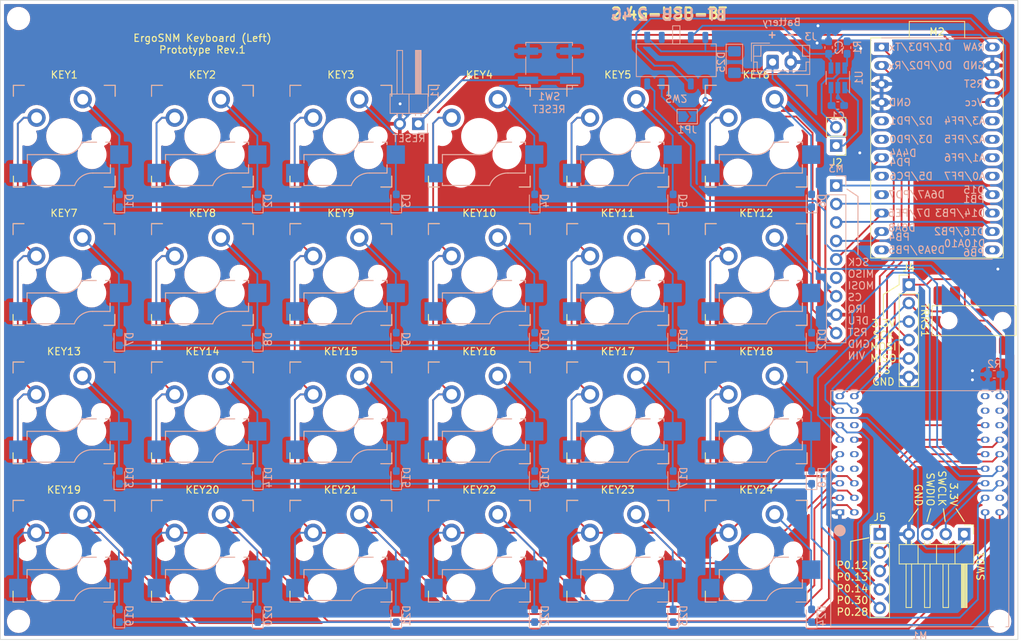
<source format=kicad_pcb>
(kicad_pcb (version 20211014) (generator pcbnew)
  (layers (0 "F.Cu" signal) (31 "B.Cu" signal) (34 "B.Paste" user) (35 "F.Paste" user) (36 "B.SilkS" user "B.Silkscreen") (37 "F.SilkS" user "F.Silkscreen") (38 "B.Mask" user) (39 "F.Mask" user) (44 "Edge.Cuts" user))
  (net 0 "")
  (net 1 "/Vcc_BATT")
  (net 2 "GND")
  (net 3 "/RAW_Pro_Micro")
  (net 4 "/Row_0")
  (net 5 "Net-(D1-Pad2)")
  (net 6 "Net-(D2-Pad2)")
  (net 7 "Net-(D3-Pad2)")
  (net 8 "Net-(D4-Pad2)")
  (net 9 "Net-(D5-Pad2)")
  (net 10 "Net-(D6-Pad2)")
  (net 11 "/Row_1")
  (net 12 "Net-(D7-Pad2)")
  (net 13 "Net-(D8-Pad2)")
  (net 14 "Net-(D9-Pad2)")
  (net 15 "Net-(D10-Pad2)")
  (net 16 "Net-(D11-Pad2)")
  (net 17 "Net-(D12-Pad2)")
  (net 18 "/Row_2")
  (net 19 "Net-(D13-Pad2)")
  (net 20 "Net-(D14-Pad2)")
  (net 21 "Net-(D15-Pad2)")
  (net 22 "Net-(D16-Pad2)")
  (net 23 "Net-(D17-Pad2)")
  (net 24 "Net-(D18-Pad2)")
  (net 25 "/Row_3")
  (net 26 "Net-(D19-Pad2)")
  (net 27 "Net-(D20-Pad2)")
  (net 28 "Net-(D21-Pad2)")
  (net 29 "Net-(D22-Pad2)")
  (net 30 "Net-(D23-Pad2)")
  (net 31 "Net-(D24-Pad2)")
  (net 32 "Net-(D25-Pad1)")
  (net 33 "/RST_Pro_Micro")
  (net 34 "Net-(J2-Pad1)")
  (net 35 "Net-(J2-Pad2)")
  (net 36 "+3V3")
  (net 37 "/SCK_nRF5")
  (net 38 "/MOSI_nRF5")
  (net 39 "/MISO_nRF5")
  (net 40 "/CS_nRF5")
  (net 41 "Net-(J5-Pad1)")
  (net 42 "Net-(J5-Pad2)")
  (net 43 "Net-(J5-Pad3)")
  (net 44 "Net-(J5-Pad4)")
  (net 45 "Net-(J5-Pad5)")
  (net 46 "Net-(JP1-Pad1)")
  (net 47 "/Vcc_Bluefruit")
  (net 48 "/Col_0")
  (net 49 "/Col_1")
  (net 50 "/Col_2")
  (net 51 "/Col_3")
  (net 52 "/Col_4")
  (net 53 "/Col_5")
  (net 56 "/2.4GHz_Enable")
  (net 59 "/Tx_nRF5")
  (net 61 "/Rx_nRF5")
  (net 65 "Net-(M1-Pad31)")
  (net 66 "Net-(M1-Pad32)")
  (net 69 "/RST_Bluefruit")
  (net 72 "/IRQ_Bluefruit")
  (net 73 "/CS_Bluefruit")
  (net 76 "/MISO_Bluefruit")
  (net 77 "/SCK_Bluefruit")
  (net 78 "/MOSI_Bluefruit")
  (net 84 "Net-(R1-Pad1)")
  (net 88 "unconnected-(TRRS1-Pad6)")
  (footprint "key-switches:MX_Switch_Gateron_socket_A" (layer "F.Cu") (at 152.4 95.24412)
    (fp_text reference "KEY10")
    (fp_text value "13")
  )
  (footprint "key-switches:MX_Switch_Gateron_socket_A" (layer "F.Cu") (at 114.3 95.25)
    (fp_text reference "KEY8")
    (fp_text value "11")
  )
  (footprint "key-switches:MX_Switch_Gateron_socket_A" (layer "F.Cu") (at 133.35 133.35)
    (fp_text reference "KEY21")
    (fp_text value "32")
  )
  (footprint "MountingHole:MountingHole_2.2mm_M2_DIN965" (layer "F.Cu") (at 89 143)
    (fp_text reference "REF**" hide)
    (fp_text value "MountingHole_2.2mm_M2_DIN965" hide)
  )
  (footprint "key-switches:MX_Switch_Gateron_socket_A" (layer "F.Cu") (at 95.25 114.3)
    (fp_text reference "KEY13")
    (fp_text value "20")
  )
  (footprint "ErgoSNM_Keybaord:PJ-393" (layer "F.Cu") (at 226.5 98.15 180)
    (fp_text reference "TRRS1")
    (fp_text value "PJ-393_TRRS_8P")
  )
  (footprint "key-switches:MX_Switch_Gateron_socket_A" (layer "F.Cu") (at 171.45 76.2)
    (fp_text reference "KEY5")
    (fp_text value "04")
  )
  (footprint "key-switches:MX_Switch_Gateron_socket_A" (layer "F.Cu") (at 190.5 95.25)
    (fp_text reference "KEY12")
    (fp_text value "15")
  )
  (footprint "key-switches:MX_Switch_Gateron_socket_A" (layer "F.Cu") (at 190.5 76.2)
    (fp_text reference "KEY6")
    (fp_text value "05")
  )
  (footprint "ErgoSNM_Keybaord:Pro_Micro" (layer "F.Cu") (at 215.37 77.9 -90)
    (fp_text reference "M2")
    (fp_text value "Pro_Micro")
  )
  (footprint "Connector_PinHeader_2.54mm:PinHeader_1x06_P2.54mm_Vertical" (layer "F.Cu") (at 211.5 96.65)
    (fp_text reference "J4")
    (fp_text value "Conn_01x06")
  )
  (footprint "key-switches:MX_Switch_Gateron_socket_A" (layer "F.Cu") (at 95.25 133.35)
    (fp_text reference "KEY19")
    (fp_text value "30")
  )
  (footprint "key-switches:MX_Switch_Gateron_socket_A" (layer "F.Cu") (at 152.4 133.35)
    (fp_text reference "KEY22")
    (fp_text value "33")
  )
  (footprint "key-switches:MX_Switch_Gateron_socket_A" (layer "F.Cu") (at 133.35 95.25)
    (fp_text reference "KEY9")
    (fp_text value "12")
  )
  (footprint "key-switches:MX_Switch_Gateron_socket_A" (layer "F.Cu") (at 152.4 114.3)
    (fp_text reference "KEY16")
    (fp_text value "23")
  )
  (footprint "key-switches:MX_Switch_Gateron_socket_A" (layer "F.Cu") (at 190.5 133.35)
    (fp_text reference "KEY24")
    (fp_text value "35")
  )
  (footprint "MountingHole:MountingHole_2.2mm_M2_DIN965" (layer "F.Cu") (at 89 60)
    (fp_text reference "REF**" hide)
    (fp_text value "MountingHole_2.2mm_M2_DIN965" hide)
  )
  (footprint "key-switches:MX_Switch_Gateron_socket_A" (layer "F.Cu") (at 171.45 133.35)
    (fp_text reference "KEY23")
    (fp_text value "34")
  )
  (footprint "key-switches:MX_Switch_Gateron_socket_A" (layer "F.Cu") (at 133.35 114.3)
    (fp_text reference "KEY15")
    (fp_text value "22")
  )
  (footprint "key-switches:MX_Switch_Gateron_socket_A" (layer "F.Cu") (at 95.293946 76.2)
    (fp_text reference "KEY1")
    (fp_text value "00")
  )
  (footprint "key-switches:MX_Switch_Gateron_socket_A" (layer "F.Cu") (at 152.4 76.2)
    (fp_text reference "KEY4")
    (fp_text value "03")
  )
  (footprint "Connector_PinHeader_2.54mm:PinHeader_1x02_P2.54mm_Vertical" (layer "F.Cu") (at 201.5 77.5 180)
    (fp_text reference "J2")
    (fp_text value "Conn_01x02")
  )
  (footprint "key-switches:MX_Switch_Gateron_socket_A" (layer "F.Cu") (at 133.35 76.2)
    (fp_text reference "KEY3")
    (fp_text value "02")
  )
  (footprint "MountingHole:MountingHole_2.2mm_M2_DIN965" (layer "F.Cu") (at 224 60)
    (fp_text reference "REF**" hide)
    (fp_text value "MountingHole_2.2mm_M2_DIN965" hide)
  )
  (footprint "key-switches:MX_Switch_Gateron_socket_A" (layer "F.Cu") (at 95.25 95.25)
    (fp_text reference "KEY7")
    (fp_text value "10")
  )
  (footprint "MountingHole:MountingHole_2.2mm_M2_DIN965" (layer "F.Cu") (at 224 143)
    (fp_text reference "REF**" hide)
    (fp_text value "MountingHole_2.2mm_M2_DIN965" hide)
  )
  (footprint "key-switches:MX_Switch_Gateron_socket_A" (layer "F.Cu") (at 114.3 114.3)
    (fp_text reference "KEY14")
    (fp_text value "21")
  )
  (footprint "Connector_PinHeader_2.54mm:PinHeader_1x05_P2.54mm_Vertical" (layer "F.Cu") (at 207.5 131)
    (fp_text reference "J5")
    (fp_text value "Conn_01x05")
  )
  (footprint "key-switches:MX_Switch_Gateron_socket_A" (layer "F.Cu") (at 171.45 95.25)
    (fp_text reference "KEY11")
    (fp_text value "14")
  )
  (footprint "key-switches:MX_Switch_Gateron_socket_A" (layer "F.Cu") (at 114.3 133.35)
    (fp_text reference "KEY20")
    (fp_text value "31")
  )
  (footprint "key-switches:MX_Switch_Gateron_socket_A" (layer "F.Cu") (at 114.3 76.2)
    (fp_text reference "KEY2")
    (fp_text value "01")
  )
  (footprint "key-switches:MX_Switch_Gateron_socket_A" (layer "F.Cu") (at 171.45 114.3)
    (fp_text reference "KEY17")
    (fp_text value "24")
  )
  (footprint "Connector_PinHeader_2.54mm:PinHeader_1x04_P2.54mm_Horizontal" (layer "F.Cu") (at 219.12 131 -90)
    (fp_text reference "SWD1")
    (fp_text value "Conn_01x04")
  )
  (footprint "key-switches:MX_Switch_Gateron_socket_A" (layer "F.Cu") (at 190.5 114.3)
    (fp_text reference "KEY18")
    (fp_text value "25")
  )
  (footprint "Diode_SMD:D_0603_1608Metric_Pad1.05x0.95mm_HandSolder" (layer "B.Cu") (at 198.12 123.19 90)
    (fp_text reference "D18")
    (fp_text value "1N4148")
  )
  (footprint "Diode_SMD:D_1206_3216Metric_Pad1.42x1.75mm_HandSolder" (layer "B.Cu") (at 187.5 66 -90)
    (fp_text reference "D25")
    (fp_text value "1N5819")
  )
  (footprint "Diode_SMD:D_0603_1608Metric_Pad1.05x0.95mm_HandSolder" (layer "B.Cu") (at 179.07 142.24 90)
    (fp_text reference "D23")
    (fp_text value "1N4148")
  )
  (footprint "Connector_PinHeader_2.54mm:PinHeader_1x09_P2.54mm_Vertical" (layer "B.Cu") (at 201.5 83 180)
    (fp_text reference "M3")
    (fp_text value "Adafruit_Bluefruit_LE_SPI_Friend")
  )
  (footprint "Diode_SMD:D_0603_1608Metric_Pad1.05x0.95mm_HandSolder" (layer "B.Cu") (at 102.87 85.09 90)
    (fp_text reference "D1")
    (fp_text value "1N4148")
  )
  (footprint "Connector_JST:JST_EH_B2B-EH-A_1x02_P2.50mm_Vertical" (layer "B.Cu") (at 192.75 66)
    (fp_text reference "J3")
    (fp_text value "Conn_01x02")
  )
  (footprint "Jumper:SolderJumper-2_P1.3mm_Open_TrianglePad1.0x1.5mm" (layer "B.Cu") (at 181 73.5)
    (fp_text reference "JP1")
    (fp_text value "Jumper_2_Bridged")
  )
  (footprint "Capacitor_SMD:C_0603_1608Metric_Pad1.08x0.95mm_HandSolder" (layer "B.Cu") (at 200.46 64 90)
    (fp_text reference "C2")
    (fp_text value "1uF")
  )
  (footprint "Diode_SMD:D_0603_1608Metric_Pad1.05x0.95mm_HandSolder" (layer "B.Cu") (at 179.07 85.09 90)
    (fp_text reference "D5")
    (fp_text value "1N4148")
  )
  (footprint "Package_TO_SOT_SMD:SOT-23-6_Handsoldering" (layer "B.Cu") (at 201.73 68.17 90)
    (fp_text reference "U1")
    (fp_text value "TP4057")
  )
  (footprint "Diode_SMD:D_0603_1608Metric_Pad1.05x0.95mm_HandSolder" (layer "B.Cu") (at 160.02 123.19 90)
    (fp_text reference "D16")
    (fp_text value "1N4148")
  )
  (footprint "Diode_SMD:D_0603_1608Metric_Pad1.05x0.95mm_HandSolder" (layer "B.Cu") (at 160.02 142.24 90)
    (fp_text reference "D22")
    (fp_text value "1N4148")
  )
  (footprint "Diode_SMD:D_0603_1608Metric_Pad1.05x0.95mm_HandSolder" (layer "B.Cu") (at 102.87 104.14 90)
    (fp_text reference "D7")
    (fp_text value "1N4148")
  )
  (footprint "Diode_SMD:D_0603_1608Metric_Pad1.05x0.95mm_HandSolder" (layer "B.Cu") (at 160.02 85.09 90)
    (fp_text reference "D4")
    (fp_text value "1N4148")
  )
  (footprint "ErgoSNM_Keybaord:MSK-23D20-T" (layer "B.Cu") (at 179.5 66)
    (fp_text reference "SW2")
    (fp_text value "SW_2P3T")
  )
  (footprint "Diode_SMD:D_0603_1608Metric_Pad1.05x0.95mm_HandSolder" (layer "B.Cu") (at 179.07 104.14 90)
    (fp_text reference "D11")
    (fp_text value "1N4148")
  )
  (footprint "Diode_SMD:D_0603_1608Metric_Pad1.05x0.95mm_HandSolder" (layer "B.Cu") (at 198.12 104.14 90)
    (fp_text reference "D12")
    (fp_text value "1N4148")
  )
  (footprint "Diode_SMD:D_0603_1608Metric_Pad1.05x0.95mm_HandSolder" (layer "B.Cu") (at 140.97 85.09 90)
    (fp_text reference "D3")
    (fp_text value "1N4148")
  )
  (footprint "Capacitor_SMD:C_0603_1608Metric_Pad1.08x0.95mm_HandSolder" (layer "B.Cu") (at 201.73 71.98)
    (fp_text reference "C1")
    (fp_text value "10uF")
  )
  (footprint "Diode_SMD:D_0603_1608Metric_Pad1.05x0.95mm_HandSolder" (layer "B.Cu") (at 160.02 104.14 90)
    (fp_text reference "D10")
    (fp_text value "1N4148")
  )
  (footprint "Connector_PinHeader_2.54mm:PinHeader_1x02_P2.54mm_Horizontal" (layer "B.Cu") (at 144 74.5 90)
    (fp_text reference "J1")
    (fp_text value "Conn_01x02")
  )
  (footprint "Capacitor_SMD:C_0603_1608Metric_Pad1.08x0.95mm_HandSolder" (layer "B.Cu") (at 203 64 90)
    (fp_text reference "R1")
    (fp_text value "4.7k")
  )
  (footprint "Diode_SMD:D_0603_1608Metric_Pad1.05x0.95mm_HandSolder" (layer "B.Cu") (at 140.97 104.14 90)
    (fp_text reference "D9")
    (fp_text value "1N4148")
  )
  (footprint "Diode_SMD:D_0603_1608Metric_Pad1.05x0.95mm_HandSolder" (layer "B.Cu") (at 198.12 85.09 90)
    (fp_text reference "D6")
    (fp_text value "1N4148")
  )
  (footprint "Diode_SMD:D_0603_1608Metric_Pad1.05x0.95mm_HandSolder" (layer "B.Cu") (at 140.97 142.24 90)
    (fp_text reference "D21")
    (fp_text value "1N4148")
  )
  (footprint "Capacitor_SMD:C_0603_1608Metric_Pad1.08x0.95mm_HandSolder" (layer "B.Cu") (at 223.25 109 180)
    (fp_text reference "R2")
    (fp_text value "10k")
  )
  (footprint "Diode_SMD:D_0603_1608Metric_Pad1.05x0.95mm_HandSolder" (layer "B.Cu") (at 121.92 85.09 90)
    (fp_text reference "D2")
    (fp_text value "1N4148")
  )
  (footprint "Diode_SMD:D_0603_1608Metric_Pad1.05x0.95mm_HandSolder" (layer "B.Cu") (at 121.92 142.24 90)
    (fp_text reference "D20")
    (fp_text value "1N4148")
  )
  (footprint "Diode_SMD:D_0603_1608Metric_Pad1.05x0.95mm_HandSolder" (layer "B.Cu") (at 121.92 123.19 90)
    (fp_text reference "D14")
    (fp_text value "1N4148")
  )
  (footprint "Diode_SMD:D_0603_1608Metric_Pad1.05x0.95mm_HandSolder" (layer "B.Cu") (at 102.87 142.24 90)
    (fp_text reference "D19")
    (fp_text value "1N4148")
  )
  (footprint "Diode_SMD:D_0603_1608Metric_Pad1.05x0.95mm_HandSolder" (layer "B.Cu") (at 102.87 123.19 90)
    (fp_text reference "D13")
    (fp_text value "1N4148")
  )
  (footprint "Diode_SMD:D_0603_1608Metric_Pad1.05x0.95mm_HandSolder" (layer "B.Cu") (at 198.12 142.24 90)
    (fp_text reference "D24")
    (fp_text value "1N4148")
  )
  (footprint "Button_Switch_SMD:SW_Push_1P1T_NO_CK_KSC6xxJ" (layer "B.Cu") (at 162 66.5 180)
    (fp_text reference "SW1")
    (fp_text value "SW_Push")
  )
  (footprint "Diode_SMD:D_0603_1608Metric_Pad1.05x0.95mm_HandSolder" (layer "B.Cu") (at 179.07 123.19 90)
    (fp_text reference "D17")
    (fp_text value "1N4148")
  )
  (footprint "Diode_SMD:D_0603_1608Metric_Pad1.05x0.95mm_HandSolder" (layer "B.Cu") (at 140.97 123.19 90)
    (fp_text reference "D15")
    (fp_text value "1N4148")
  )
  (footprint "ErgoSNM_Keybaord:Core51822" (layer "B.Cu") (at 213 120 90)
    (fp_text reference "M1")
    (fp_text value "nRF51822_Core_board")
  )
  (footprint "Diode_SMD:D_0603_1608Metric_Pad1.05x0.95mm_HandSolder" (layer "B.Cu") (at 121.92 104.14 90)
    (fp_text reference "D8")
    (fp_text value "1N4148")
  )
  (gr_line (start 204.5 92.5) (end 204.5 84.5) (layer "B.SilkS") (width 0.15))
  (gr_line (start 204.5 84.5) (end 203 83.5) (layer "B.SilkS") (width 0.15))
  (gr_line (start 203.5 134.5) (end 203.5 132) (layer "F.SilkS") (width 0.15))
  (gr_line (start 219.12 129.25) (end 218 127.5) (layer "F.SilkS") (width 0.15))
  (gr_line (start 208 101) (end 208 98) (layer "F.SilkS") (width 0.15))
  (gr_line (start 216.5 129.25) (end 216.25 127.5) (layer "F.SilkS") (width 0.15))
  (gr_line (start 208 98) (end 210.17 96.65) (layer "F.SilkS") (width 0.15))
  (gr_line (start 214 129.25) (end 214.5 127.5) (layer "F.SilkS") (width 0.15))
  (gr_line (start 211.5 129.25) (end 212.75 127.5) (layer "F.SilkS") (width 0.15))
  (gr_line (start 203.5 132) (end 206 131.5) (layer "F.SilkS") (width 0.15))
  (gr_rect (start 226.5 145.5) (end 86.5 57.5) (layer "Edge.Cuts") (width 0.1) (fill none))
  (gr_text "RESET" (at 162 72.5) (layer "B.SilkS") (effects (font (size 1 1)) (justify mirror)))
  (gr_text "BT-USB-2.4G\n" (at 178.5 59.5) (layer "B.SilkS") (effects (font (size 1.5 1.5) (thickness 0.3)) (justify mirror)))
  (gr_text "SCK\nMISO\nMOSI\nCS\nIRQ\nDFU\nRST\nGND\nVIN" (at 203 100) (layer "B.SilkS") (effects (font (size 1 1)) (justify right mirror)))
  (gr_text "RESET" (at 142.73 76.5) (layer "B.SilkS") (effects (font (size 1 1)) (justify mirror)))
  (gr_text "P0.12\nP0.13\nP0.14\nP0.30\nP0.28" (at 206 138.5) (layer "F.SilkS") (effects (font (size 1 1)) (justify right)))
  (gr_text "3.3V\nSWCLK\nSWDIO\nGND" (at 215.25 127.25 270) (layer "F.SilkS") (effects (font (size 1 1)) (justify right)))
  (gr_text "ErgoSNM Keyboard (Left)\nPrototype Rev.1" (at 114.3 63.5) (layer "F.SilkS") (effects (font (size 1 1))))
  (gr_text "3.3V\nSCK\nMOSI\nMISO\nCS\nGND" (at 208 106) (layer "F.SilkS") (effects (font (size 1 1))))
  (gr_text "2.4G-USB-BT\n\n" (at 178.5 60.5) (layer "F.SilkS") (effects (font (size 1.5 1.5) (thickness 0.3))))
  (segment (start 202.75 76.25) (end 203 76) (width 0.25) (layer "B.Cu") (net 1))
  (segment (start 200.8675 71.98) (end 200.78 71.8925) (width 0.25) (layer "B.Cu") (net 1))
  (segment (start 203 76) (end 203 74) (width 0.25) (layer "B.Cu") (net 1))
  (segment (start 200.75 76.25) (end 202.75 76.25) (width 0.25) (layer "B.Cu") (net 1))
  (segment (start 200.78 71.8925) (end 200.78 69.52) (width 0.25) (layer "B.Cu") (net 1))
  (segment (start 187.5 67.4875) (end 191.2625 67.4875) (width 0.25) (layer "B.Cu") (net 1))
  (segment (start 191.2625 67.4875) (end 192.75 66) (width 0.25) (layer "B.Cu") (net 1))
  (segment (start 192.75 68.25) (end 200.75 76.25) (width 0.25) (layer "B.Cu") (net 1))
  (segment (start 200.98 71.98) (end 200.8675 71.98) (width 0.25) (layer "B.Cu") (net 1))
  (segment (start 192.75 66) (end 192.75 68.25) (width 0.25) (layer "B.Cu") (net 1))
  (segment (start 203 74) (end 200.98 71.98) (width 0.25) (layer "B.Cu") (net 1))
  (via (at 199 61) (size 0.8) (drill 0.4) (layers "F.Cu" "B.Cu") (net 2))
  (via (at 141.5 71.75) (size 0.8) (drill 0.4) (layers "F.Cu" "B.Cu") (net 2))
  (via (at 223.75 94.5) (size 0.8) (drill 0.4) (layers "F.Cu" "B.Cu") (net 2))
  (via (at 220.25 108.5) (size 0.8) (drill 0.4) (layers "F.Cu" "B.Cu") (net 2))
  (via (at 220.25 109.75) (size 0.8) (drill 0.4) (layers "F.Cu" "B.Cu") (net 2))
  (via (at 204.75 78.5) (size 0.8) (drill 0.4) (layers "F.Cu" "B.Cu") (net 2))
  (via (at 198.875 63.375) (size 0.8) (drill 0.4) (layers "F.Cu" "B.Cu") (net 2))
  (via (at 204.875 64.125) (size 0.8) (drill 0.4) (layers "F.Cu" "B.Cu") (net 2))
  (segment (start 205.51 64.76) (end 205.51 69.01) (width 0.25) (layer "B.Cu") (net 2))
  (segment (start 203.8875 63.1375) (end 204.7025 63.9525) (width 0.4) (layer "B.Cu") (net 2))
  (segment (start 204.875 64.125) (end 205.51 64.76) (width 0.25) (layer "B.Cu") (net 2))
  (segment (start 201.97 68.25) (end 204.25 68.25) (width 0.25) (layer "B.Cu") (net 2))
  (segment (start 204.25 68.25) (end 205.01 69.01) (width 0.25) (layer "B.Cu") (net 2))
  (segment (start 221 107.75) (end 222.25 107.75) (width 0.25) (layer "B.Cu") (net 2))
  (segment (start 220.75 110.25) (end 220.25 109.75) (width 0.25) (layer "B.Cu") (net 2))
  (segment (start 205.51 69.01) (end 207.75 69.01) (width 0.25) (layer "B.Cu") (net 2))
  (segment (start 204.7025 63.9525) (end 204.875 64.125) (width 0.25) (layer "B.Cu") (net 2))
  (segment (start 203 63.1375) (end 203.8875 63.1375) (width 0.4) (layer "B.Cu") (net 2))
  (segment (start 201.73 69.52) (end 201.73 70.73) (width 0.25) (layer "B.Cu") (net 2))
  (segment (start 151.46 64.5) (end 164.9 64.5) (width 0.25) (layer "B.Cu") (net 2))
  (segment (start 200.2225 63.375) (end 198.875 63.375) (width 0.25) (layer "B.Cu") (net 2))
  (segment (start 201.73 70.73) (end 202.5925 71.5925) (width 0.25) (layer "B.Cu") (net 2))
  (segment (start 201.73 68.49) (end 201.97 68.25) (width 0.25) (layer "B.Cu") (net 2))
  (segment (start 201.73 69.52) (end 201.73 68.49) (width 0.25) (layer "B.Cu") (net 2))
  (segment (start 202.5925 71.5925) (end 202.5925 71.98) (width 0.25) (layer "B.Cu") (net 2))
  (segment (start 141.46 74.5) (end 151.46 64.5) (width 0.25) (layer "B.Cu") (net 2))
  (segment (start 220.25 108.5) (end 221 107.75) (width 0.25) (layer "B.Cu") (net 2))
  (segment (start 222.25 107.75) (end 222.25 109.75) (width 0.25) (layer "B.Cu") (net 2))
  (segment (start 221.75 110.25) (end 220.75 110.25) (width 0.25) (layer "B.Cu") (net 2))
  (segment (start 200.46 63.1375) (end 200.2225 63.375) (width 0.25) (layer "B.Cu") (net 2))
  (segment (start 205.01 69.01) (end 205.51 69.01) (width 0.25) (layer "B.Cu") (net 2))
  (segment (start 222.25 109.75) (end 221.75 110.25) (width 0.25) (layer "B.Cu") (net 2))
  (segment (start 201.1375 64.8625) (end 201.75 64.25) (width 0.25) (layer "B.Cu") (net 3))
  (segment (start 200.46 64.8625) (end 200.46 65.46) (width 0.25) (layer "B.Cu") (net 3))
  (segment (start 200.46 64.8625) (end 201.1375 64.8625) (width 0.25) (layer "B.Cu") (net 3))
  (segment (start 221.31 62.25) (end 222.99 63.93) (width 0.25) (layer "B.Cu") (net 3))
  (segment (start 202.5 62.25) (end 221.31 62.25) (width 0.25) (layer "B.Cu") (net 3))
  (segment (start 201.75 64.25) (end 201.75 63) (width 0.25) (layer "B.Cu") (net 3))
  (segment (start 200.78 65.78) (end 200.78 66.82) (width 0.25) (layer "B.Cu") (net 3))
  (segment (start 183.1 61) (end 194 61) (width 0.25) (layer "B.Cu") (net 3))
  (segment (start 201.75 63) (end 202.5 62.25) (width 0.25) (layer "B.Cu") (net 3))
  (segment (start 200.46 65.46) (end 200.78 65.78) (width 0.25) (layer "B.Cu") (net 3))
  (segment (start 194 61) (end 197.8625 64.8625) (width 0.25) (layer "B.Cu") (net 3))
  (segment (start 181.5 62.6) (end 183.1 61) (width 0.25) (layer "B.Cu") (net 3))
  (segment (start 197.8625 64.8625) (end 200.46 64.8625) (width 0.25) (layer "B.Cu") (net 3))
  (segment (start 102.87 85.965) (end 198.12 85.965) (width 0.25) (layer "B.Cu") (net 4))
  (segment (start 215.392 118.872) (end 218.52 122) (width 0.25) (layer "B.Cu") (net 4))
  (segment (start 198 93) (end 199.488 94.488) (width 0.25) (layer "B.Cu") (net 4))
  (segment (start 198.12 85.965) (end 198 86.085) (width 0.25) (layer "B.Cu") (net 4))
  (segment (start 215.392 96.52) (end 215.392 118.872) (width 0.25) (layer "B.Cu") (net 4))
  (segment (start 199.488 94.488) (end 213.36 94.488) (width 0.25) (layer "B.Cu") (net 4))
  (segment (start 198 86.085) (end 198 93) (width 0.25) (layer "B.Cu") (net 4))
  (segment (start 213.36 94.488) (end 215.392 96.52) (width 0.25) (layer "B.Cu") (net 4))
  (segment (start 218.52 122) (end 222 122) (width 0.25) (layer "B.Cu") (net 4))
  (segment (start 102.853946 83.803946) (end 102.87 83.82) (width 0.25) (layer "B.Cu") (net 5))
  (segment (start 97.833946 71.12) (end 102.853946 76.14) (width 0.25) (layer "B.Cu") (net 5))
  (segment (start 102.853946 76.14) (end 102.853946 78.74) (width 0.25) (layer "B.Cu") (net 5))
  (segment (start 102.853946 78.74) (end 102.853946 84.198946) (width 0.25) (layer "B.Cu") (net 5))
  (segment (start 102.853946 84.198946) (end 102.87 84.215) (width 0.25) (layer "B.Cu") (net 5))
  (segment (start 116.84 71.12) (end 121.86 76.14) (width 0.25) (layer "B.Cu") (net 6))
  (segment (start 121.86 84.155) (end 121.92 84.215) (width 0.25) (layer "B.Cu") (net 6))
  (segment (start 121.86 78.74) (end 121.86 84.155) (width 0.25) (layer "B.Cu") (net 6))
  (segment (start 121.86 76.14) (end 121.86 78.74) (width 0.25) (layer "B.Cu") (net 6))
  (segment (start 140.91 76.14) (end 140.91 78.74) (width 0.25) (layer "B.Cu") (net 7))
  (segment (start 140.91 84.155) (end 140.97 84.215) (width 0.25) (layer "B.Cu") (net 7))
  (segment (start 140.91 78.74) (end 140.91 84.155) (width 0.25) (layer "B.Cu") (net 7))
  (segment (start 135.89 71.12) (end 140.91 76.14) (width 0.25) (layer "B.Cu") (net 7))
  (segment (start 159.96 78.74) (end 159.96 84.155) (width 0.25) (layer "B.Cu") (net 8))
  (segment (start 159.96 76.14) (end 159.96 78.74) (width 0.25) (layer "B.Cu") (net 8))
  (segment (start 159.96 84.155) (end 160.02 84.215) (width 0.25) (layer "B.Cu") (net 8))
  (segment (start 154.94 71.12) (end 159.96 76.14) (width 0.25) (layer "B.Cu") (net 8))
  (segment (start 179.01 76.14) (end 179.01 78.74) (width 0.25) (layer "B.Cu") (net 9))
  (segment (start 173.99 71.12) (end 179.01 76.14) (width 0.25) (layer "B.Cu") (net 9))
  (segment (start 179.01 78.74) (end 179.01 84.155) (width 0.25) (layer "B.Cu") (net 9))
  (segment (start 179.01 84.155) (end 179.07 84.215) (width 0.25) (layer "B.Cu") (net 9))
  (segment (start 198.06 76.14) (end 198.06 78.74) (width 0.25) (layer "B.Cu") (net 10))
  (segment (start 198.06 78.74) (end 198.06 84.155) (width 0.25) (layer "B.Cu") (net 10))
  (segment (start 198.06 84.155) (end 198.12 84.215) (width 0.25) (layer "B.Cu") (net 10))
  (segment (start 193.04 71.12) (end 198.06 76.14) (width 0.25) (layer "B.Cu") (net 10))
  (segment (start 203.708 103.380005) (end 202.073005 105.015) (width 0.25) (layer "B.Cu") (net 11))
  (segment (start 214.376 97.176978) (end 214.376 118.872) (width 0.25) (layer "B.Cu") (net 11))
  (segment (start 211 95) (end 212.199022 95) (width 0.25) (layer "B.Cu") (net 11))
  (segment (start 102.87 105.015) (end 198.12 105.015) (width 0.25) (layer "B.Cu") (net 11))
  (segment (start 203.708 100.618988) (end 203.708 103.380005) (width 0.25) (layer "B.Cu") (net 11))
  (segment (start 218.504 123) (end 223 123) (width 0.25) (layer "B.Cu") (net 11))
  (segment (start 209.326988 95) (end 203.708 100.618988) (width 0.25) (layer "B.Cu") (net 11))
  (segment (start 214.376 118.872) (end 218.504 123) (width 0.25) (layer "B.Cu") (net 11))
  (segment (start 211.5 95) (end 209.326988 95) (width 0.25) (layer "B.Cu") (net 11))
  (segment (start 202.073005 105.015) (end 198.12 105.015) (width 0.25) (layer "B.Cu") (net 11))
  (segment (start 223 123) (end 224 122) (width 0.25) (layer "B.Cu") (net 11))
  (segment (start 212.199022 95) (end 214.376 97.176978) (width 0.25) (layer "B.Cu") (net 11))
  (segment (start 102.81 95.19) (end 102.81 97.79) (width 0.25) (layer "B.Cu") (net 12))
  (segment (start 102.81 103.205) (end 102.87 103.265) (width 0.25) (layer "B.Cu") (net 12))
  (segment (start 97.79 90.17) (end 102.81 95.19) (width 0.25) (layer "B.Cu") (net 12))
  (segment (start 102.81 97.79) (end 102.81 103.205) (width 0.25) (layer "B.Cu") (net 12))
  (segment (start 116.84 90.17) (end 121.86 95.19) (width 0.25) (layer "B.Cu") (net 13))
  (segment (start 121.86 95.19) (end 121.86 97.79) (width 0.25) (layer "B.Cu") (net 13))
  (segment (start 121.86 103.205) (end 121.92 103.265) (width 0.25) (layer "B.Cu") (net 13))
  (segment (start 121.86 97.79) (end 121.86 103.205) (width 0.25) (layer "B.Cu") (net 13))
  (segment (start 135.89 90.17) (end 140.91 95.19) (width 0.25) (layer "B.Cu") (net 14))
  (segment (start 140.91 95.19) (end 140.91 97.79) (width 0.25) (layer "B.Cu") (net 14))
  (segment (start 140.91 97.79) (end 140.91 103.205) (width 0.25) (layer "B.Cu") (net 14))
  (segment (start 140.91 103.205) (end 140.97 103.265) (width 0.25) (layer "B.Cu") (net 14))
  (segment (start 154.94 90.16412) (end 159.96 95.18412) (width 0.25) (layer "B.Cu") (net 15))
  (segment (start 159.96 95.18412) (end 159.96 97.78412) (width 0.25) (layer "B.Cu") (net 15))
  (segment (start 159.96 97.78412) (end 159.96 103.205) (width 0.25) (layer "B.Cu") (net 15))
  (segment (start 159.96 103.205) (end 160.02 103.265) (width 0.25) (layer "B.Cu") (net 15))
  (segment (start 179.01 102.81) (end 179.07 102.87) (width 0.25) (layer "B.Cu") (net 16))
  (segment (start 179.01 95.19) (end 179.01 97.79) (width 0.25) (layer "B.Cu") (net 16))
  (segment (start 179.07 102.87) (end 179.07 103.265) (width 0.25) (layer "B.Cu") (net 16))
  (segment (start 173.99 90.17) (end 179.01 95.19) (width 0.25) (layer "B.Cu") (net 16))
  (segment (start 179.01 97.79) (end 179.01 102.81) (width 0.25) (layer "B.Cu") (net 16))
  (segment (start 198.06 97.79) (end 198.06 103.205) (width 0.25) (layer "B.Cu") (net 17))
  (segment (start 193.04 90.17) (end 198.06 95.19) (width 0.25) (layer "B.Cu") (net 17))
  (segment (start 198.06 103.205) (end 198.12 103.265) (width 0.25) (layer "B.Cu") (net 17))
  (segment (start 198.06 95.19) (end 198.06 97.79) (width 0.25) (layer "B.Cu") (net 17))
  (segment (start 220 141) (end 218.5 142.5) (width 0.25) (layer "B.Cu") (net 18))
  (segment (start 102.87 124.065) (end 198.12 124.065) (width 0.25) (layer "B.Cu") (net 18))
  (segment (start 218.5 142.5) (end 206 142.5) (width 0.25) (layer "B.Cu") (net 18))
  (segment (start 200.5 134) (end 198.12 131.62) (width 0.25) (layer "B.Cu") (net 18))
  (segment (start 221 140) (end 220 141) (width 0.25) (layer "B.Cu") (net 18))
  (segment (start 200.5 137) (end 200.5 134) (width 0.25) (layer "B.Cu") (net 18))
  (segment (start 206 142.5) (end 200.5 137) (width 0.25) (layer "B.Cu") (net 18))
  (segment (start 198.12 131.62) (end 198.12 124.065) (width 0.25) (layer "B.Cu") (net 18))
  (segment (start 221 127) (end 221 140) (width 0.25) (layer "B.Cu") (net 18))
  (segment (start 222 126) (end 221 127) (width 0.25) (layer "B.Cu") (net 18))
  (segment (start 102.81 122.255) (end 102.87 122.315) (width 0.25) (layer "B.Cu") (net 19))
  (segment (start 102.81 114.24) (end 102.81 116.84) (width 0.25) (layer "B.Cu") (net 19))
  (segment (start 102.81 116.84) (end 102.81 122.255) (width 0.25) (layer "B.Cu") (net 19))
  (segment (start 97.79 109.22) (end 102.81 114.24) (width 0.25) (layer "B.Cu") (net 19))
  (segment (start 121.86 122.255) (end 121.92 122.315) (width 0.25) (layer "B.Cu") (net 20))
  (segment (start 116.84 109.22) (end 121.86 114.24) (width 0.25) (layer "B.Cu") (net 20))
  (segment (start 121.86 114.24) (end 121.86 116.84) (width 0.25) (layer "B.Cu") (net 20))
  (segment (start 121.86 116.84) (end 121.86 122.255) (width 0.25) (layer "B.Cu") (net 20))
  (segment (start 140.91 116.84) (end 140.91 122.255) (width 0.25) (layer "B.Cu") (net 21))
  (segment (start 140.91 114.24) (end 140.91 116.84) (width 0.25) (layer "B.Cu") (net 21))
  (segment (start 135.89 109.22) (end 140.91 114.24) (width 0.25) (layer "B.Cu") (net 21))
  (segment (start 140.91 122.255) (end 140.97 122.315) (width 0.25) (layer "B.Cu") (net 21))
  (segment (start 159.96 122.255) (end 160.02 122.315) (width 0.25) (layer "B.Cu") (net 22))
  (segment (start 154.94 109.22) (end 159.96 114.24) (width 0.25) (layer "B.Cu") (net 22))
  (segment (start 159.96 116.84) (end 159.96 122.255) (width 0.25) (layer "B.Cu") (net 22))
  (segment (start 159.96 114.24) (end 159.96 116.84) (width 0.25) (layer "B.Cu") (net 22))
  (segment (start 179.01 122.255) (end 179.07 122.315) (width 0.25) (layer "B.Cu") (net 23))
  (segment (start 179.01 116.84) (end 179.01 122.255) (width 0.25) (layer "B.Cu") (net 23))
  (segment (start 173.99 109.22) (end 179.01 114.24) (width 0.25) (layer "B.Cu") (net 23))
  (segment (start 179.01 114.24) (end 179.01 116.84) (width 0.25) (layer "B.Cu") (net 23))
  (segment (start 198.06 116.84) (end 198.06 122.255) (width 0.25) (layer "B.Cu") (net 24))
  (segment (start 198.06 114.24) (end 198.06 116.84) (width 0.25) (layer "B.Cu") (net 24))
  (segment (start 193.04 109.22) (end 198.06 114.24) (width 0.25) (layer "B.Cu") (net 24))
  (segment (start 198.06 122.255) (end 198.12 122.315) (width 0.25) (layer "B.Cu") (net 24))
  (segment (start 222 128) (end 222 141.5) (width 0.25) (layer "B.Cu") (net 25))
  (segment (start 222 141.5) (end 221 142.5) (width 0.25) (layer "B.Cu") (net 25))
  (segment (start 221 142.5) (end 220 143.5) (width 0.25) (layer "B.Cu") (net 25))
  (segment (start 102.87 143.115) (end 198.12 143.115) (width 0.25) (layer "B.Cu") (net 25))
  (segment (start 198.505 143.5) (end 198.12 143.115) (width 0.25) (layer "B.Cu") (net 25))
  (segment (start 220 143.5) (end 198.505 143.5) (width 0.25) (layer "B.Cu") (net 25))
  (segment (start 102.81 133.29) (end 102.81 135.89) (width 0.25) (layer "B.Cu") (net 26))
  (segment (start 102.81 135.89) (end 102.81 141.305) (width 0.25) (layer "B.Cu") (net 26))
  (segment (start 102.81 141.305) (end 102.87 141.365) (width 0.25) (layer "B.Cu") (net 26))
  (segment (start 97.79 128.27) (end 102.81 133.29) (width 0.25) (layer "B.Cu") (net 26))
  (segment (start 121.86 133.29) (end 121.86 135.89) (width 0.25) (layer "B.Cu") (net 27))
  (segment (start 121.86 141.305) (end 121.92 141.365) (width 0.25) (layer "B.Cu") (net 27))
  (segment (start 121.86 135.89) (end 121.86 141.305) (width 0.25) (layer "B.Cu") (net 27))
  (segment (start 116.84 128.27) (end 121.86 133.29) (width 0.25) (layer "B.Cu") (net 27))
  (segment (start 140.91 133.29) (end 140.91 135.89) (width 0.25) (layer "B.Cu") (net 28))
  (segment (start 140.91 135.89) (end 140.91 141.305) (width 0.25) (layer "B.Cu") (net 28))
  (segment (start 140.91 141.305) (end 140.97 141.365) (width 0.25) (layer "B.Cu") (net 28))
  (segment (start 135.89 128.27) (end 140.91 133.29) (width 0.25) (layer "B.Cu") (net 28))
  (segment (start 159.96 141.305) (end 160.02 141.365) (width 0.25) (layer "B.Cu") (net 29))
  (segment (start 159.96 133.29) (end 159.96 135.89) (width 0.25) (layer "B.Cu") (net 29))
  (segment (start 154.94 128.27) (end 159.96 133.29) (width 0.25) (layer "B.Cu") (net 29))
  (segment (start 159.96 135.89) (end 159.96 141.305) (width 0.25) (layer "B.Cu") (net 29))
  (segment (start 179.01 135.89) (end 179.01 141.305) (width 0.25) (layer "B.Cu") (net 30))
  (segment (start 179.01 141.305) (end 179.07 141.365) (width 0.25) (layer "B.Cu") (net 30))
  (segment (start 179.01 133.29) (end 179.01 135.89) (width 0.25) (layer "B.Cu") (net 30))
  (segment (start 173.99 128.27) (end 179.01 133.29) (width 0.25) (layer "B.Cu") (net 30))
  (segment (start 198.06 141.305) (end 198.12 141.365) (width 0.25) (layer "B.Cu") (net 31))
  (segment (start 198.06 133.29) (end 198.06 135.89) (width 0.25) (layer "B.Cu") (net 31))
  (segment (start 198.06 135.89) (end 198.06 141.305) (width 0.25) (layer "B.Cu") (net 31))
  (segment (start 193.04 128.27) (end 198.06 133.29) (width 0.25) (layer "B.Cu") (net 31))
  (segment (start 177.4125 64.5125) (end 183.5125 64.5125) (width 0.25) (layer "B.Cu") (net 32))
  (segment (start 183.5 64.5) (end 183.5125 64.5125) (width 0.25) (layer "B.Cu") (net 32))
  (segment (start 183.5125 64.5125) (end 187.5 64.5125) (width 0.25) (layer "B.Cu") (net 32))
  (segment (start 175.5 62.6) (end 177.4125 64.5125) (width 0.25) (layer "B.Cu") (net 32))
  (segment (start 183.5 62.6) (end 183.5 64.5) (width 0.25) (layer "B.Cu") (net 32))
  (segment (start 144 74.5) (end 156.25 62.25) (width 0.25) (layer "F.Cu") (net 33))
  (segment (start 216.23 62.25) (end 222.99 69.01) (width 0.25) (layer "F.Cu") (net 33))
  (segment (start 156.25 62.25) (end 216.23 62.25) (width 0.25) (layer "F.Cu") (net 33))
  (segment (start 164.9 68.5) (end 159.1 68.5) (width 0.25) (layer "B.Cu") (net 33))
  (segment (start 150 68.5) (end 144 74.5) (width 0.25) (layer "B.Cu") (net 33))
  (segment (start 159.1 68.5) (end 150 68.5) (width 0.25) (layer "B.Cu") (net 33))
  (segment (start 202.5 77.5) (end 201.5 77.5) (width 0.25) (layer "B.Cu") (net 34))
  (segment (start 204.5 71.34) (end 204.5 75.5) (width 0.25) (layer "B.Cu") (net 34))
  (segment (start 202.68 69.52) (end 204.5 71.34) (width 0.25) (layer "B.Cu") (net 34))
  (segment (start 204.5 75.5) (end 202.5 77.5) (width 0.25) (layer "B.Cu") (net 34))
  (segment (start 201.104022 68.25) (end 201.73 67.624022) (width 0.25) (layer "B.Cu") (net 35))
  (segment (start 201.5 74.96) (end 199.5 72.96) (width 0.25) (layer "B.Cu") (net 35))
  (segment (start 200.295978 68.25) (end 201.104022 68.25) (width 0.25) (layer "B.Cu") (net 35))
  (segment (start 201.73 67.624022) (end 201.73 66.82) (width 0.25) (layer "B.Cu") (net 35))
  (segment (start 199.5 69.045978) (end 200.295978 68.25) (width 0.25) (layer "B.Cu") (net 35))
  (segment (start 199.5 72.96) (end 199.5 69.045978) (width 0.25) (layer "B.Cu") (net 35))
  (segment (start 222.94 71.5) (end 214.75 71.5) (width 0.25) (layer "F.Cu") (net 36))
  (segment (start 224.6 105.05) (end 224.6 103.95) (width 0.25) (layer "F.Cu") (net 36))
  (segment (start 214.75 71.5) (end 211.5 74.75) (width 0.25) (layer "F.Cu") (net 36))
  (segment (start 221.1 101.6) (end 219.202 99.702) (width 0.25) (layer "F.Cu") (net 36))
  (segment (start 211.5 74.75) (end 211.5 96.65) (width 0.25) (layer "F.Cu") (net 36))
  (segment (start 214.69 95.885) (end 213.925 96.65) (width 0.25) (layer "F.Cu") (net 36))
  (segment (start 222.99 71.55) (end 222.94 71.5) (width 0.25) (layer "F.Cu") (net 36))
  (segment (start 213.925 96.65) (end 211.5 96.65) (width 0.25) (layer "F.Cu") (net 36))
  (segment (start 219.202 99.702) (end 219.202 97.023542) (width 0.25) (layer "F.Cu") (net 36))
  (segment (start 224.6 103.95) (end 222.25 101.6) (width 0.25) (layer "F.Cu") (net 36))
  (segment (start 218.063458 95.885) (end 214.69 95.885) (width 0.25) (layer "F.Cu") (net 36))
  (segment (start 219.202 97.023542) (end 218.063458 95.885) (width 0.25) (layer "F.Cu") (net 36))
  (segment (start 222.25 101.6) (end 221.1 101.6) (width 0.25) (layer "F.Cu") (net 36))
  (segment (start 219.12 131) (end 219.12 131.88) (width 0.25) (layer "B.Cu") (net 36))
  (segment (start 222.5 62.5) (end 223.5 62.5) (width 0.25) (layer "B.Cu") (net 36))
  (segment (start 212.75 131.810505) (end 212.75 122) (width 0.25) (layer "B.Cu") (net 36))
  (segment (start 176.5 66.5) (end 174 64) (width 0.25) (layer "B.Cu") (net 36))
  (segment (start 211.5 96.65) (end 211.5 97) (width 0.25) (layer "B.Cu") (net 36))
  (segment (start 205.75 115) (end 199.394022 115) (width 0.25) (layer "B.Cu") (net 36))
  (segment (start 174 64) (end 174 62) (width 0.25) (layer "B.Cu") (net 36))
  (segment (start 199 114.605978) (end 202 117.605978) (width 0.25) (layer "B.Cu") (net 36))
  (segment (start 223.5 62.5) (end 224.75 63.75) (width 0.25) (layer "B.Cu") (net 36))
  (segment (start 224.75 69.79) (end 222.99 71.55) (width 0.25) (layer "B.Cu") (net 36))
  (segment (start 199 109.5) (end 199 114.605978) (width 0.25) (layer "B.Cu") (net 36))
  (segment (start 213.939495 133) (end 212.75 131.810505) (width 0.25) (layer "B.Cu") (net 36))
  (segment (start 202 117.605978) (end 202 118) (width 0.25) (layer "B.Cu") (net 36))
  (segment (start 224.75 63.75) (end 224.75 69.79) (width 0.25) (layer "B.Cu") (net 36))
  (segment (start 220 60) (end 222.5 62.5) (width 0.25) (layer "B.Cu") (net 36))
  (segment (start 211.5 97) (end 199 109.5) (width 0.25) (layer "B.Cu") (net 36))
  (segment (start 174 62) (end 176 60) (width 0.25) (layer "B.Cu") (net 36))
  (segment (start 199.394022 115) (end 199 114.605978) (width 0.25) (layer "B.Cu") (net 36))
  (segment (start 181.5 69) (end 179 66.5) (width 0.25) (layer "B.Cu") (net 36))
  (segment (start 176 60) (end 220 60) (width 0.25) (layer "B.Cu") (net 36))
  (segment (start 212.75 122) (end 205.75 115) (width 0.25) (layer "B.Cu") (net 36))
  (segment (start 218 133) (end 213.939495 133) (width 0.25) (layer "B.Cu") (net 36))
  (segment (start 219.12 131.88) (end 218 133) (width 0.25) (layer "B.Cu") (net 36))
  (segment (start 179 66.5) (end 176.5 66.5) (width 0.25) (layer "B.Cu") (net 36))
  (segment (start 217.36 105.05) (end 211.5 99.19) (width 0.25) (layer "F.Cu") (net 37))
  (segment (start 217.7 105.05) (end 217.36 105.05) (width 0.25) (layer "F.Cu") (net 37))
  (segment (start 211.31 99.19) (end 211.5 99.19) (width 0.25) (layer "B.Cu") (net 37))
  (segment (start 201.5 114) (end 200 112.5) (width 0.25) (layer "B.Cu") (net 37))
  (segment (start 200 112.5) (end 200 110.5) (width 0.25) (layer "B.Cu") (net 37))
  (segment (start 200 110.5) (end 211.31 99.19) (width 0.25) (layer "B.Cu") (net 37))
  (segment (start 202 114) (end 201.5 114) (width 0.25) (layer "B.Cu") (net 37))
  (segment (start 201 111) (end 210.27 101.73) (width 0.25) (layer "B.Cu") (net 38))
  (segment (start 201.5 113) (end 201 112.5) (width 0.25) (layer "B.Cu") (net 38))
  (segment (start 204 114) (end 203 113) (width 0.25) (layer "B.Cu") (net 38))
  (segment (start 201 112.5) (end 201 111) (width 0.25) (layer "B.Cu") (net 38))
  (segment (start 203 113) (end 201.5 113) (width 0.25) (layer "B.Cu") (net 38))
  (segment (start 210.27 101.73) (end 211.5 101.73) (width 0.25) (layer "B.Cu") (net 38))
  (segment (start 212.3 98) (end 210.501995 98) (width 0.25) (layer "F.Cu") (net 39))
  (segment (start 209.55 98.951995) (end 209.55 102.32) (width 0.25) (layer "F.Cu") (net 39))
  (segment (start 214.63 100.33) (end 212.3 98) (width 0.25) (layer "F.Cu") (net 39))
  (segment (start 210.501995 98) (end 209.55 98.951995) (width 0.25) (layer "F.Cu") (net 39))
  (segment (start 217.85 98.15) (end 217.85 99.148) (width 0.25) (layer "F.Cu") (net 39))
  (segment (start 216.668 100.33) (end 214.63 100.33) (width 0.25) (layer "F.Cu") (net 39))
  (segment (start 209.55 102.32) (end 211.5 104.27) (width 0.25) (layer "F.Cu") (net 39))
  (segment (start 217.85 99.148) (end 216.668 100.33) (width 0.25) (layer "F.Cu") (net 39))
  (segment (start 209.73 104.27) (end 211.5 104.27) (width 0.25) (layer "B.Cu") (net 39))
  (segment (start 202 112) (end 209.73 104.27) (width 0.25) (layer "B.Cu") (net 39))
  (segment (start 211.5 106.81) (end 209.19 106.81) (width 0.25) (layer "B.Cu") (net 40))
  (segment (start 209.19 106.81) (end 204 112) (width 0.25) (layer "B.Cu") (net 40))
  (segment (start 211.835 119) (end 223 119) (width 0.25) (layer "F.Cu") (net 41))
  (segment (start 223 119) (end 224 118) (width 0.25) (layer "F.Cu") (net 41))
  (segment (start 207.5 123.335) (end 211.835 119) (width 0.25) (layer "F.Cu") (net 41))
  (segment (start 207.5 131) (end 207.5 123.335) (width 0.25) (layer "F.Cu") (net 41))
  (segment (start 209 123.105) (end 212.105 120) (width 0.25) (layer "F.Cu") (net 42))
  (segment (start 209 132.04) (end 209 123.105) (width 0.25) (layer "F.Cu") (net 42))
  (segment (start 207.5 133.54) (end 209 132.04) (width 0.25) (layer "F.Cu") (net 42))
  (segment (start 212.105 120) (end 222 120) (width 0.25) (layer "F.Cu") (net 42))
  (segment (start 223 121) (end 224 120) (width 0.25) (layer "F.Cu") (net 43))
  (segment (start 207.5 136.08) (end 210 133.58) (width 0.25) (layer "F.Cu") (net 43))
  (segment (start 210 133.58) (end 210 123.375) (width 0.25) (layer "F.Cu") (net 43))
  (segment (start 210 123.375) (end 212.375 121) (width 0.25) (layer "F.Cu") (net 43))
  (segment (start 212.375 121) (end 223 121) (width 0.25) (layer "F.Cu") (net 43))
  (segment (start 203 117) (end 202 116) (width 0.25) (layer "B.Cu") (net 44))
  (segment (start 204.5 129.5) (end 206 128) (width 0.25) (layer "B.Cu") (net 44))
  (segment (start 205 117) (end 203 117) (width 0.25) (layer "B.Cu") (net 44))
  (segment (start 206 118) (end 205 117) (width 0.25) (layer "B.Cu") (net 44))
  (segment (start 204.5 135.62) (end 204.5 129.5) (width 0.25) (layer "B.Cu") (net 44))
  (segment (start 207.5 138.62) (end 204.5 135.62) (width 0.25) (layer "B.Cu") (net 44))
  (segment (start 206 128) (end 206 118) (width 0.25) (layer "B.Cu") (net 44))
  (segment (start 207.5 141.16) (end 201.5 135.16) (width 0.25) (layer "B.Cu") (net 45))
  (segment (start 199.5 122.5) (end 202 120) (width 0.25) (layer "B.Cu") (net 45))
  (segment (start 201.5 132) (end 199.5 130) (width 0.25) (layer "B.Cu") (net 45))
  (segment (start 199.5 130) (end 199.5 122.5) (width 0.25) (layer "B.Cu") (net 45))
  (segment (start 201.5 135.16) (end 201.5 132) (width 0.25) (layer "B.Cu") (net 45))
  (segment (start 180.275 73.5) (end 177.5 70.725) (width 0.25) (layer "B.Cu") (net 46))
  (segment (start 177.5 70.725) (end 177.5 69) (width 0.25) (layer "B.Cu") (net 46))
  (segment (start 191.75 73.5) (end 196 73.5) (width 0.25) (layer "F.Cu") (net 47))
  (segment (start 196 73.5) (end 198.25 75.75) (width 0.25) (layer "F.Cu") (net 47))
  (segment (start 198.25 75.75) (end 198.25 100.07) (width 0.25) (layer "F.Cu") (net 47))
  (segment (start 198.25 100.07) (end 201.5 103.32) (width 0.25) (layer "F.Cu") (net 47))
  (segment (start 189.5 71.25) (end 191.75 73.5) (width 0.25) (layer "F.Cu") (net 47))
  (segment (start 183.5 71.25) (end 189.5 71.25) (width 0.25) (layer "F.Cu") (net 47))
  (via (at 183.5 71.25) (size 0.8) (drill 0.4) (layers "F.Cu" "B.Cu") (net 47))
  (segment (start 183.5 71.25) (end 183.5 69) (width 0.25) (layer "B.Cu") (net 47))
  (segment (start 183.5 71.725) (end 183.5 71.25) (width 0.25) (layer "B.Cu") (net 47))
  (segment (start 181.725 73.5) (end 183.5 71.725) (width 0.25) (layer "B.Cu") (net 47))
  (segment (start 88.9 74.477169) (end 88.9 90.17) (width 0.25) (layer "F.Cu") (net 48))
  (segment (start 224 131.5) (end 211.5 144) (width 0.25) (layer "F.Cu") (net 48))
  (segment (start 88.9 93.483223) (end 88.9 109.22) (width 0.25) (layer "F.Cu") (net 48))
  (segment (start 88.9 109.22) (end 91.44 111.76) (width 0.25) (layer "F.Cu") (net 48))
  (segment (start 211.5 144) (end 113.52 144) (width 0.25) (layer "F.Cu") (net 48))
  (segment (start 88.9 112.533223) (end 88.9 128.27) (width 0.25) (layer "F.Cu") (net 48))
  (segment (start 100.33 130.81) (end 91.44 130.81) (width 0.25) (layer "F.Cu") (net 48))
  (segment (start 113.52 144) (end 100.33 130.81) (width 0.25) (layer "F.Cu") (net 48))
  (segment (start 89.673223 92.71) (end 88.9 93.483223) (width 0.25) (layer "F.Cu") (net 48))
  (segment (start 224 128) (end 224 131.5) (width 0.25) (layer "F.Cu") (net 48))
  (segment (start 89.673223 111.76) (end 88.9 112.533223) (width 0.25) (layer "F.Cu") (net 48))
  (segment (start 91.44 92.71) (end 89.673223 92.71) (width 0.25) (layer "F.Cu") (net 48))
  (segment (start 91.483946 73.66) (end 89.717169 73.66) (width 0.25) (layer "F.Cu") (net 48))
  (segment (start 91.44 111.76) (end 89.673223 111.76) (width 0.25) (layer "F.Cu") (net 48))
  (segment (start 88.9 90.17) (end 91.44 92.71) (width 0.25) (layer "F.Cu") (net 48))
  (segment (start 89.717169 73.66) (end 88.9 74.477169) (width 0.25) (layer "F.Cu") (net 48))
  (segment (start 88.9 128.27) (end 91.44 130.81) (width 0.25) (layer "F.Cu") (net 48))
  (segment (start 89.673223 92.71) (end 88.9 93.483223) (width 0.25) (layer "B.Cu") (net 48))
  (segment (start 88.9 93.483223) (end 88.9 100.27) (width 0.25) (layer "B.Cu") (net 48))
  (segment (start 88.9 74.477169) (end 88.9 81.176054) (width 0.25) (layer "B.Cu") (net 48))
  (segment (start 91.483946 73.66) (end 89.717169 73.66) (width 0.25) (layer "B.Cu") (net 48))
  (segment (start 88.9 100.27) (end 88.96 100.33) (width 0.25) (layer "B.Cu") (net 48))
  (segment (start 88.944579 131.538644) (end 88.944579 138.414579) (width 0.25) (layer "B.Cu") (net 48))
  (segment (start 88.9 112.533223) (end 88.9 119.32) (width 0.25) (layer "B.Cu") (net 48))
  (segment (start 91.44 111.76) (end 89.673223 111.76) (width 0.25) (layer "B.Cu") (net 48))
  (segment (start 91.44 130.81) (end 89.673223 130.81) (width 0.25) (layer "B.Cu") (net 48))
  (segment (start 89.717169 73.66) (end 88.9 74.477169) (width 0.25) (layer "B.Cu") (net 48))
  (segment (start 88.944579 138.414579) (end 88.96 138.43) (width 0.25) (layer "B.Cu") (net 48))
  (segment (start 88.9 81.176054) (end 89.003946 81.28) (width 0.25) (layer "B.Cu") (net 48))
  (segment (start 91.44 92.71) (end 89.673223 92.71) (width 0.25) (layer "B.Cu") (net 48))
  (segment (start 89.673223 111.76) (end 88.9 112.533223) (width 0.25) (layer "B.Cu") (net 48))
  (segment (start 89.673223 130.81) (end 88.944579 131.538644) (width 0.25) (layer "B.Cu") (net 48))
  (segment (start 88.9 119.32) (end 88.96 119.38) (width 0.25) (layer "B.Cu") (net 48))
  (segment (start 200.5 139.86) (end 197.36 143) (width 0.25) (layer "F.Cu") (net 49))
  (segment (start 204 128) (end 203 127) (width 0.25) (layer "F.Cu") (net 49))
  (segment (start 119.38 130.81) (end 110.49 130.81) (width 0.25) (layer "F.Cu") (net 49))
  (segment (start 110.49 73.66) (end 108.723223 73.66) (width 0.25) (layer "F.Cu") (net 49))
  (segment (start 107.95 128.27) (end 110.49 130.81) (width 0.25) (layer "F.Cu") (net 49))
  (segment (start 197.36 143) (end 131.57 143) (width 0.25) (layer "F.Cu") (net 49))
  (segment (start 201 127) (end 200.5 127.5) (width 0.25) (layer "F.Cu") (net 49))
  (segment (start 131.57 143) (end 119.38 130.81) (width 0.25) (layer "F.Cu") (net 49))
  (segment (start 110.49 92.71) (end 108.723223 92.71) (width 0.25) (layer "F.Cu") (net 49))
  (segment (start 200.5 127.5) (end 200.5 139.86) (width 0.25) (layer "F.Cu") (net 49))
  (segment (start 107.95 93.483223) (end 107.95 109.22) (width 0.25) (layer "F.Cu") (net 49))
  (segment (start 108.723223 92.71) (end 107.95 93.483223) (width 0.25) (layer "F.Cu") (net 49))
  (segment (start 203 127) (end 201 127) (width 0.25) (layer "F.Cu") (net 49))
  (segment (start 107.994579 90.214579) (end 110.49 92.71) (width 0.25) (layer "F.Cu") (net 49))
  (segment (start 108.723223 111.76) (end 107.95 112.533223) (width 0.25) (layer "F.Cu") (net 49))
  (segment (start 107.95 109.22) (end 110.49 111.76) (width 0.25) (layer "F.Cu") (net 49))
  (segment (start 107.994579 74.388644) (end 107.994579 90.214579) (width 0.25) (layer "F.Cu") (net 49))
  (segment (start 110.49 111.76) (end 108.723223 111.76) (width 0.25) (layer "F.Cu") (net 49))
  (segment (start 108.723223 73.66) (end 107.994579 74.388644) (width 0.25) (layer "F.Cu") (net 49))
  (segment (start 107.95 112.533223) (end 107.95 128.27) (width 0.25) (layer "F.Cu") (net 49))
  (segment (start 107.994579 74.388644) (end 107.994579 81.264579) (width 0.25) (layer "B.Cu") (net 49))
  (segment (start 107.994579 81.264579) (end 108.01 81.28) (width 0.25) (layer "B.Cu") (net 49))
  (segment (start 107.95 138.37) (end 108.01 138.43) (width 0.25) (layer "B.Cu") (net 49))
  (segment (start 107.95 112.533223) (end 107.95 119.32) (width 0.25) (layer "B.Cu") (net 49))
  (segment (start 110.49 130.81) (end 108.723223 130.81) (width 0.25) (layer "B.Cu") (net 49))
  (segment (start 108.723223 111.76) (end 107.95 112.533223) (width 0.25) (layer "B.Cu") (net 49))
  (segment (start 108.723223 73.66) (end 107.994579 74.388644) (width 0.25) (layer "B.Cu") (net 49))
  (segment (start 108.723223 130.81) (end 107.95 131.583223) (width 0.25) (layer "B.Cu") (net 49))
  (segment (start 107.95 119.32) (end 108.01 119.38) (width 0.25) (layer "B.Cu") (net 49))
  (segment (start 110.49 73.66) (end 108.723223 73.66) (width 0.25) (layer "B.Cu") (net 49))
  (segment (start 107.95 93.483223) (end 107.95 100.27) (width 0.25) (layer "B.Cu") (net 49))
  (segment (start 110.49 92.71) (end 108.723223 92.71) (width 0.25) (layer "B.Cu") (net 49))
  (segment (start 107.95 100.27) (end 108.01 100.33) (width 0.25) (layer "B.Cu") (net 49))
  (segment (start 108.723223 92.71) (end 107.95 93.483223) (width 0.25) (layer "B.Cu") (net 49))
  (segment (start 107.95 131.583223) (end 107.95 138.37) (width 0.25) (layer "B.Cu") (net 49))
  (segment (start 110.49 111.76) (end 108.723223 111.76) (width 0.25) (layer "B.Cu") (net 49))
  (segment (start 127.773223 73.66) (end 127 74.433223) (width 0.25) (layer "F.Cu") (net 50))
  (segment (start 127 90.17) (end 129.54 92.71) (width 0.25) (layer "F.Cu") (net 50))
  (segment (start 127.044579 128.314579) (end 129.54 130.81) (width 0.25) (layer "F.Cu") (net 50))
  (segment (start 127 74.433223) (end 127 90.17) (width 0.25) (layer "F.Cu") (net 50))
  (segment (start 129.54 92.71) (end 127.773223 92.71) (width 0.25) (layer "F.Cu") (net 50))
  (segment (start 196 142) (end 149.62 142) (width 0.25) (layer "F.Cu") (net 50))
  (segment (start 149.62 142) (end 138.43 130.81) (width 0.25) (layer "F.Cu") (net 50))
  (segment (start 202 126) (end 201 126) (width 0.25) (layer "F.Cu") (net 50))
  (segment (start 129.54 111.76) (end 127.773223 111.76) (width 0.25) (layer "F.Cu") (net 50))
  (segment (start 138.43 130.81) (end 129.54 130.81) (width 0.25) (layer "F.Cu") (net 50))
  (segment (start 199.5 138.5) (end 196 142) (width 0.25) (layer "F.Cu") (net 50))
  (segment (start 199.5 127.5) (end 199.5 138.5) (width 0.25) (layer "F.Cu") (net 50))
  (segment (start 129.54 73.66) (end 127.773223 73.66) (width 0.25) (layer "F.Cu") (net 50))
  (segment (start 201 126) (end 199.5 127.5) (width 0.25) (layer "F.Cu") (net 50))
  (segment (start 127 109.22) (end 129.54 111.76) (width 0.25) (layer "F.Cu") (net 50))
  (segment (start 127.773223 111.76) (end 127.044579 112.488644) (width 0.25) (layer "F.Cu") (net 50))
  (segment (start 127 93.483223) (end 127 109.22) (width 0.25) (layer "F.Cu") (net 50))
  (segment (start 127.773223 92.71) (end 127 93.483223) (width 0.25) (layer "F.Cu") (net 50))
  (segment (start 127.044579 112.488644) (end 127.044579 128.314579) (width 0.25) (layer "F.Cu") (net 50))
  (segment (start 127.044579 138.414579) (end 127.06 138.43) (width 0.25) (layer "B.Cu") (net 50))
  (segment (start 129.54 111.76) (end 127.773223 111.76) (width 0.25) (layer "B.Cu") (net 50))
  (segment (start 127 100.27) (end 127.06 100.33) (width 0.25) (layer "B.Cu") (net 50))
  (segment (start 129.54 130.81) (end 127.773223 130.81) (width 0.25) (layer "B.Cu") (net 50))
  (segment (start 127.773223 92.71) (end 127 93.483223) (width 0.25) (layer "B.Cu") (net 50))
  (segment (start 127.773223 73.66) (end 127 74.433223) (width 0.25) (layer "B.Cu") (net 50))
  (segment (start 127.773223 130.81) (end 127.044579 131.538644) (width 0.25) (layer "B.Cu") (net 50))
  (segment (start 127 81.22) (end 127.06 81.28) (width 0.25) (layer "B.Cu") (net 50))
  (segment (start 127.044579 131.538644) (end 127.044579 138.414579) (width 0.25) (layer "B.Cu") (net 50))
  (segment (start 129.54 92.71) (end 127.773223 92.71) (width 0.25) (layer "B.Cu") (net 50))
  (segment (start 127 74.433223) (end 127 81.22) (width 0.25) (layer "B.Cu") (net 50))
  (segment (start 129.54 73.66) (end 127.773223 73.66) (width 0.25) (layer "B.Cu") (net 50))
  (segment (start 127.044579 112.488644) (end 127.044579 119.364579) (width 0.25) (layer "B.Cu") (net 50))
  (segment (start 127.044579 119.364579) (end 127.06 119.38) (width 0.25) (layer "B.Cu") (net 50))
  (segment (start 127 93.483223) (end 127 100.27) (width 0.25) (layer "B.Cu") (net 50))
  (segment (start 127.773223 111.76) (end 127.044579 112.488644) (width 0.25) (layer "B.Cu") (net 50))
  (segment (start 148.59 111.76) (end 146.823223 111.76) (width 0.25) (layer "F.Cu") (net 51))
  (segment (start 198.5 138.05) (end 198.5 127.5) (width 0.25) (layer "F.Cu") (net 51))
  (segment (start 146.05 74.433223) (end 146.05 90.16412) (width 0.25) (layer "F.Cu") (net 51))
  (segment (start 146.823223 92.70412) (end 146.05 93.477343) (width 0.25) (layer "F.Cu") (net 51))
  (segment (start 146.823223 73.66) (end 146.05 74.433223) (width 0.25) (layer "F.Cu") (net 51))
  (segment (start 157.48 130.81) (end 167.67 141) (width 0.25) (layer "F.Cu") (net 51))
  (segment (start 201 125) (end 203 125) (width 0.25) (layer "F.Cu") (net 51))
  (segment (start 146.823223 111.76) (end 146.05 112.533223) (width 0.25) (layer "F.Cu") (net 51))
  (segment (start 146.05 90.16412) (end 148.59 92.70412) (width 0.25) (layer "F.Cu") (net 51))
  (segment (start 203 125) (end 204 126) (width 0.25) (layer "F.Cu") (net 51))
  (segment (start 198.5 127.5) (end 201 125) (width 0.25) (layer "F.Cu") (net 51))
  (segment (start 195.55 141) (end 198.5 138.05) (width 0.25) (layer "F.Cu") (net 51))
  (segment (start 146.05 112.533223) (end 146.05 128.27) (width 0.25) (layer "F.Cu") (net 51))
  (segment (start 148.59 73.66) (end 146.823223 73.66) (width 0.25) (layer "F.Cu") (net 51))
  (segment (start 148.59 92.70412) (end 146.823223 92.70412) (width 0.25) (layer "F.Cu") (net 51))
  (segment (start 146.05 109.22) (end 148.59 111.76) (width 0.25) (layer "F.Cu") (net 51))
  (segment (start 167.67 141) (end 195.55 141) (width 0.25) (layer "F.Cu") (net 51))
  (segment (start 148.59 130.81) (end 157.48 130.81) (width 0.25) (layer "F.Cu") (net 51))
  (segment (start 146.05 93.477343) (end 146.05 109.22) (width 0.25) (layer "F.Cu") (net 51))
  (segment (start 146.05 128.27) (end 148.59 130.81) (width 0.25) (layer "F.Cu") (net 51))
  (segment (start 146.05 112.533223) (end 146.05 119.32) (width 0.25) (layer "B.Cu") (net 51))
  (segment (start 146.05 100.26412) (end 146.11 100.32412) (width 0.25) (layer "B.Cu") (net 51))
  (segment (start 146.05 131.583223) (end 146.05 138.37) (width 0.25) (layer "B.Cu") (net 51))
  (segment (start 146.05 81.22) (end 146.11 81.28) (width 0.25) (layer "B.Cu") (net 51))
  (segment (start 148.59 73.66) (end 146.823223 73.66) (width 0.25) (layer "B.Cu") (net 51))
  (segment (start 146.823223 130.81) (end 146.05 131.583223) (width 0.25) (layer "B.Cu") (net 51))
  (segment (start 146.05 93.477343) (end 146.05 100.26412) (width 0.25) (layer "B.Cu") (net 51))
  (segment (start 148.59 130.81) (end 146.823223 130.81) (width 0.25) (layer "B.Cu") (net 51))
  (segment (start 148.59 111.76) (end 146.823223 111.76) (width 0.25) (layer "B.Cu") (net 51))
  (segment (start 146.05 74.433223) (end 146.05 81.22) (width 0.25) (layer "B.Cu") (net 51))
  (segment (start 146.05 119.32) (end 146.11 119.38) (width 0.25) (layer "B.Cu") (net 51))
  (segment (start 146.823223 111.76) (end 146.05 112.533223) (width 0.25) (layer "B.Cu") (net 51))
  (segment (start 146.05 138.37) (end 146.11 138.43) (width 0.25) (layer "B.Cu") (net 51))
  (segment (start 148.59 92.70412) (end 146.823223 92.70412) (width 0.25) (layer "B.Cu") (net 51))
  (segment (start 146.823223 92.70412) (end 146.05 93.477343) (width 0.25) (layer "B.Cu") (net 51))
  (segment (start 146.823223 73.66) (end 146.05 74.433223) (width 0.25) (layer "B.Cu") (net 51))
  (segment (start 190 130.5) (end 194.5 130.5) (width 0.25) (layer "F.Cu") (net 52))
  (segment (start 165.1 93.483223) (end 165.1 109.22) (width 0.25) (layer "F.Cu") (net 52))
  (segment (start 167.64 130.81) (end 176.53 130.81) (width 0.25) (layer "F.Cu") (net 52))
  (segment (start 167.64 73.66) (end 165.873223 73.66) (width 0.25) (layer "F.Cu") (net 52))
  (segment (start 165.1 112.533223) (end 165.1 128.27) (width 0.25) (layer "F.Cu") (net 52))
  (segment (start 165.873223 111.76) (end 165.1 112.533223) (width 0.25) (layer "F.Cu") (net 52))
  (segment (start 186.645421 133.857587) (end 186.645421 133.854579) (width 0.25) (layer "F.Cu") (net 52))
  (segment (start 167.64 92.71) (end 165.873223 92.71) (width 0.25) (layer "F.Cu") (net 52))
  (segment (start 167.64 111.76) (end 165.873223 111.76) (width 0.25) (layer "F.Cu") (net 52))
  (segment (start 180.72 135) (end 185.503008 135) (width 0.25) (layer "F.Cu") (net 52))
  (segment (start 185.503008 135) (end 186.645421 133.857587) (width 0.25) (layer "F.Cu") (net 52))
  (segment (start 201 124) (end 202 124) (width 0.25) (layer "F.Cu") (net 52))
  (segment (start 165.1 128.27) (end 167.64 130.81) (width 0.25) (layer "F.Cu") (net 52))
  (segment (start 165.1 90.17) (end 167.64 92.71) (width 0.25) (layer "F.Cu") (net 52))
  (segment (start 165.873223 92.71) (end 165.1 93.483223) (width 0.25) (layer "F.Cu") (net 52))
  (segment (start 194.5 130.5) (end 201 124) (width 0.25) (layer "F.Cu") (net 52))
  (segment (start 165.873223 73.66) (end 165.1 74.433223) (width 0.25) (layer "F.Cu") (net 52))
  (segment (start 186.645421 133.854579) (end 190 130.5) (width 0.25) (layer "F.Cu") (net 52))
  (segment (start 165.1 74.433223) (end 165.1 90.17) (width 0.25) (layer "F.Cu") (net 52))
  (segment (start 165.1 109.22) (end 167.64 111.76) (width 0.25) (layer "F.Cu") (net 52))
  (segment (start 176.53 130.81) (end 180.72 135) (width 0.25) (layer "F.Cu") (net 52))
  (segment (start 165.1 131.583223) (end 165.1 138.37) (width 0.25) (layer "B.Cu") (net 52))
  (segment (start 165.1 93.483223) (end 165.1 100.27) (width 0.25) (layer "B.Cu") (net 52))
  (segment (start 165.1 119.32) (end 165.16 119.38) (width 0.25) (layer "B.Cu") (net 52))
  (segment (start 167.64 111.76) (end 165.873223 111.76) (width 0.25) (layer "B.Cu") (net 52))
  (segment (start 165.1 138.37) (end 165.16 138.43) (width 0.25) (layer "B.Cu") (net 52))
  (segment (start 167.64 92.71) (end 165.873223 92.71) (width 0.25) (layer "B.Cu") (net 52))
  (segment (start 165.873223 92.71) (end 165.1 93.483223) (width 0.25) (layer "B.Cu") (net 52))
  (segment (start 165.1 81.22) (end 165.16 81.28) (width 0.25) (layer "B.Cu") (net 52))
  (segment (start 165.1 100.27) (end 165.16 100.33) (width 0.25) (layer "B.Cu") (net 52))
  (segment (start 165.1 112.533223) (end 165.1 119.32) (width 0.25) (layer "B.Cu") (net 52))
  (segment (start 165.873223 111.76) (end 165.1 112.533223) (width 0.25) (layer "B.Cu") (net 52))
  (segment (start 165.1 74.433223) (end 165.1 81.22) (width 0.25) (layer "B.Cu") (net 52))
  (segment (start 167.64 73.66) (end 165.873223 73.66) (width 0.25) (layer "B.Cu") (net 52))
  (segment (start 165.873223 130.81) (end 165.1 131.583223) (width 0.25) (layer "B.Cu") (net 52))
  (segment (start 165.873223 73.66) (end 165.1 74.433223) (width 0.25) (layer "B.Cu") (net 52))
  (segment (start 167.64 130.81) (end 165.873223 130.81) (width 0.25) (layer "B.Cu") (net 52))
  (segment (start 186.69 111.76) (end 184.923223 111.76) (width 0.25) (layer "F.Cu") (net 53))
  (segment (start 184.194579 128.314579) (end 186.69 130.81) (width 0.25) (layer "F.Cu") (net 53))
  (segment (start 186.69 73.66) (end 184.923223 73.66) (width 0.25) (layer "F.Cu") (net 53))
  (segment (start 186.69 92.71) (end 184.923223 92.71) (width 0.25) (layer "F.Cu") (net 53))
  (segment (start 184.923223 92.71) (end 184.15 93.483223) (width 0.25) (layer "F.Cu") (net 53))
  (segment (start 203 123) (end 194.5 123) (width 0.25) (layer "F.Cu") (net 53))
  (segment (start 184.15 90.17) (end 186.69 92.71) (width 0.25) (layer "F.Cu") (net 53))
  (segment (start 184.15 109.22) (end 186.69 111.76) (width 0.25) (layer "F.Cu") (net 53))
  (segment (start 184.923223 73.66) (end 184.15 74.433223) (width 0.25) (layer "F.Cu") (net 53))
  (segment (start 194.31 123.19) (end 186.69 130.81) (width 0.25) (layer "F.Cu") (net 53))
  (segment (start 184.923223 111.76) (end 184.194579 112.488644) (width 0.25) (layer "F.Cu") (net 53))
  (segment (start 184.15 74.433223) (end 184.15 90.17) (width 0.25) (layer "F.Cu") (net 53))
  (segment (start 184.194579 112.488644) (end 184.194579 128.314579) (width 0.25) (layer "F.Cu") (net 53))
  (segment (start 184.15 93.483223) (end 184.15 109.22) (width 0.25) (layer "F.Cu") (net 53))
  (segment (start 204 124) (end 203 123) (width 0.25) (layer "F.Cu") (net 53))
  (segment (start 194.5 123) (end 194.31 123.19) (width 0.25) (layer "F.Cu") (net 53))
  (segment (start 184.194579 112.488644) (end 184.194579 119.364579) (width 0.25) (layer "B.Cu") (net 53))
  (segment (start 184.194579 100.314579) (end 184.21 100.33) (width 0.25) (layer "B.Cu") (net 53))
  (segment (start 184.194579 119.364579) (end 184.21 119.38) (width 0.25) (layer "B.Cu") (net 53))
  (segment (start 186.69 111.76) (end 184.923223 111.76) (width 0.25) (layer "B.Cu") (net 53))
  (segment (start 184.923223 130.81) (end 184.15 131.583223) (width 0.25) (layer "B.Cu") (net 53))
  (segment (start 184.194579 93.438644) (end 184.194579 100.314579) (width 0.25) (layer "B.Cu") (net 53))
  (segment (start 186.69 73.66) (end 184.923223 73.66) (width 0.25) (layer "B.Cu") (net 53))
  (segment (start 184.923223 111.76) (end 184.194579 112.488644) (width 0.25) (layer "B.Cu") (net 53))
  (segment (start 184.15 81.22) (end 184.21 81.28) (width 0.25) (layer "B.Cu") (net 53))
  (segment (start 186.69 92.71) (end 184.923223 92.71) (width 0.25) (layer "B.Cu") (net 53))
  (segment (start 186.69 130.81) (end 184.923223 130.81) (width 0.25) (layer "B.Cu") (net 53))
  (segment (start 184.923223 92.71) (end 184.194579 93.438644) (width 0.25) (layer "B.Cu") (net 53))
  (segment (start 184.15 131.583223) (end 184.15 138.37) (width 0.25) (layer "B.Cu") (net 53))
  (segment (start 184.923223 73.66) (end 184.15 74.433223) (width 0.25) (layer "B.Cu") (net 53))
  (segment (start 184.15 74.433223) (end 184.15 81.22) (width 0.25) (layer "B.Cu") (net 53))
  (segment (start 184.15 138.37) (end 184.21 138.43) (width 0.25) (layer "B.Cu") (net 53))
  (segment (start 176.5 70) (end 175.5 69) (width 0.25) (layer "B.Cu") (net 56))
  (segment (start 181.5 77.5) (end 176.5 72.5) (width 0.25) (layer "B.Cu") (net 56))
  (segment (start 198.590296 85.11548) (end 183.61548 85.11548) (width 0.25) (layer "B.Cu") (net 56))
  (segment (start 201.013501 91.985489) (end 200 90.971988) (width 0.25) (layer "B.Cu") (net 56))
  (segment (start 214.53848 94.03848) (end 206 94.03848) (width 0.25) (layer "B.Cu") (net 56))
  (segment (start 224 112) (end 224.1125 111.8875) (width 0.25) (layer "B.Cu") (net 56))
  (segment (start 183.61548 85.11548) (end 181.5 83) (width 0.25) (layer "B.Cu") (net 56))
  (segment (start 176.5 72.5) (end 176.5 70) (width 0.25) (layer "B.Cu") (net 56))
  (segment (start 200 90.971988) (end 200 86.525184) (width 0.25) (layer "B.Cu") (net 56))
  (segment (start 203.947009 91.985489) (end 201.013501 91.985489) (width 0.25) (layer "B.Cu") (net 56))
  (segment (start 224.1125 111.8875) (end 224.1125 103.6125) (width 0.25) (layer "B.Cu") (net 56))
  (segment (start 181.5 83) (end 181.5 77.5) (width 0.25) (layer "B.Cu") (net 56))
  (segment (start 224.1125 103.6125) (end 214.53848 94.03848) (width 0.25) (layer "B.Cu") (net 56))
  (segment (start 206 94.03848) (end 203.947009 91.985489) (width 0.25) (layer "B.Cu") (net 56))
  (segment (start 200 86.525184) (end 198.590296 85.11548) (width 0.25) (layer "B.Cu") (net 56))
  (segment (start 208.5 95.5) (end 208.5 113.25) (width 0.25) (layer "F.Cu") (net 59))
  (segment (start 208.5 113.25) (end 211.25 116) (width 0.25) (layer "F.Cu") (net 59))
  (segment (start 210.5 93.5) (end 208.5 95.5) (width 0.25) (layer "F.Cu") (net 59))
  (segment (start 211.25 116) (end 222 116) (width 0.25) (layer "F.Cu") (net 59))
  (segment (start 210.5 66.68) (end 210.5 93.5) (width 0.25) (layer "F.Cu") (net 59))
  (segment (start 207.75 63.93) (end 210.5 66.68) (width 0.25) (layer "F.Cu") (net 59))
  (segment (start 207.5 113.52) (end 211.98 118) (width 0.25) (layer "F.Cu") (net 61))
  (segment (start 211.98 118) (end 222 118) (width 0.25) (layer "F.Cu") (net 61))
  (segment (start 207.75 66.47) (end 209.41904 68.13904) (width 0.25) (layer "F.Cu") (net 61))
  (segment (start 209.41904 68.13904) (end 209.41904 93.58096) (width 0.25) (layer "F.Cu") (net 61))
  (segment (start 209.41904 93.58096) (end 207.5 95.5) (width 0.25) (layer "F.Cu") (net 61))
  (segment (start 207.5 95.5) (end 207.5 113.52) (width 0.25) (layer "F.Cu") (net 61))
  (segment (start 221.04 124) (end 222 124) (width 0.25) (layer "B.Cu") (net 65))
  (segment (start 214.04 131) (end 221.04 124) (width 0.25) (layer "B.Cu") (net 65))
  (segment (start 216.58 131) (end 216.58 129.42) (width 0.25) (layer "B.Cu") (net 66))
  (segment (start 223 125) (end 224 124) (width 0.25) (layer "B.Cu") (net 66))
  (segment (start 216.58 129.42) (end 221 125) (width 0.25) (layer "B.Cu") (net 66))
  (segment (start 221 125) (end 223 125) (width 0.25) (layer "B.Cu") (net 66))
  (segment (start 201 80.5) (end 200 81.5) (width 0.25) (layer "F.Cu") (net 69))
  (segment (start 200 96.935) (end 201.5 98.435) (width 0.25) (layer "F.Cu") (net 69))
  (segment (start 200 81.5) (end 200 96.935) (width 0.25) (layer "F.Cu") (net 69))
  (segment (start 206.42 80.5) (end 201 80.5) (width 0.25) (layer "F.Cu") (net 69))
  (segment (start 207.75 79.17) (end 206.42 80.5) (width 0.25) (layer "F.Cu") (net 69))
  (segment (start 201.5 93.16) (end 207.75 86.91) (width 0.25) (layer "F.Cu") (net 72))
  (segment (start 207.75 86.91) (end 207.75 86.79) (width 0.25) (layer "F.Cu") (net 72))
  (segment (start 201.5 90.62) (end 206.46 90.62) (width 0.25) (layer "B.Cu") (net 73))
  (segment (start 206.46 90.62) (end 207.75 89.33) (width 0.25) (layer "B.Cu") (net 73))
  (segment (start 221.7 85.5) (end 222.885 86.685) (width 0.25) (layer "B.Cu") (net 76))
  (segment (start 201.735 85.5) (end 221.7 85.5) (width 0.25) (layer "B.Cu") (net 76))
  (segment (start 201.5 85.735) (end 201.735 85.5) (width 0.25) (layer "B.Cu") (net 76))
  (segment (start 201.695 83) (end 221.74 83) (width 0.25) (layer "B.Cu") (net 77))
  (segment (start 201.5 83.195) (end 201.695 83) (width 0.25) (layer "B.Cu") (net 77))
  (segment (start 221.74 83) (end 222.99 84.25) (width 0.25) (layer "B.Cu") (net 77))
  (segment (start 201.775 88) (end 221.66 88) (width 0.25) (layer "B.Cu") (net 78))
  (segment (start 221.66 88) (end 222.885 89.225) (width 0.25) (layer "B.Cu") (net 78))
  (segment (start 201.5 88.275) (end 201.775 88) (width 0.25) (layer "B.Cu") (net 78))
  (segment (start 203 66.5) (end 202.68 66.82) (width 0.25) (layer "B.Cu") (net 84))
  (segment (start 203 64.7675) (end 203 66.5) (width 0.25) (layer "B.Cu") (net 84))
  (segment (start 220.525 105.05) (end 219.985 105.05) (width 0.25) (layer "F.Cu") (net 88))
  (zone (net 2) (net_name "GND") (layers F&B.Cu) (connect_pads (clearance 0.508)) (min_thickness 0.254) (fill yes (thermal_gap 0.508) (thermal_bridge_width 0.508))
    (polygon (pts (xy 226.5 145.5) (xy 86.5 145.5) (xy 86.5 57.5) (xy 226.5 57.5)))
  )
)
</source>
